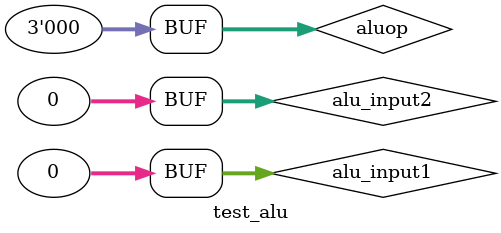
<source format=v>
`timescale 1ns / 1ps


module test_alu;

	// Inputs
	reg [31:0] alu_input1;
	reg [31:0] alu_input2;
	reg [2:0] aluop;

	// Outputs
	wire [31:0] alu_out;

	// Instantiate the Unit Under Test (UUT)
	alu uut (
		.alu_input1(alu_input1), 
		.alu_input2(alu_input2), 
		.aluop(aluop), 
		.alu_out(alu_out)
	);

	initial begin
		// Initialize Inputs
		alu_input1 = 0;
		alu_input2 = 0;
		aluop = 0;

		// Wait 100 ns for global reset to finish
		#100;
        
		// Add stimulus here

	end
      
endmodule


</source>
